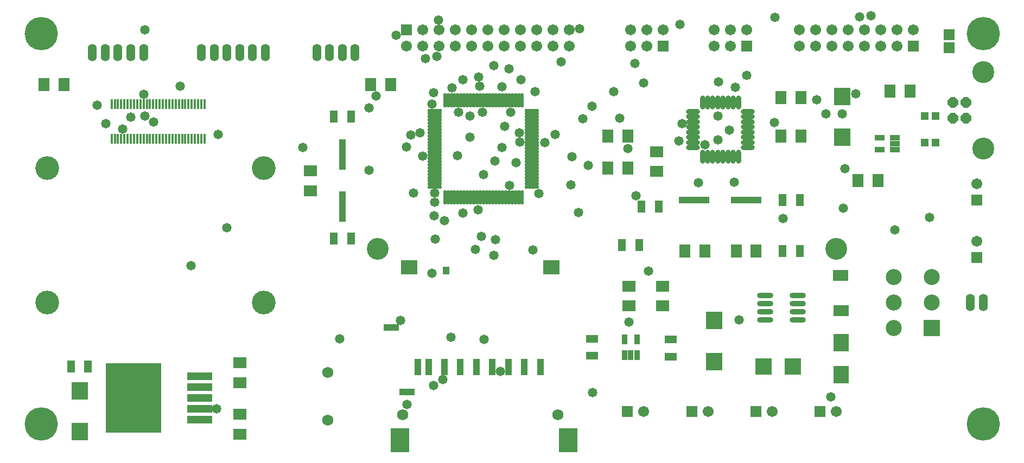
<source format=gts>
%FSLAX25Y25*%
%MOIN*%
G70*
G01*
G75*
G04 Layer_Color=8388736*
%ADD10R,0.05906X0.07480*%
%ADD11R,0.07480X0.05906*%
%ADD12R,0.04331X0.06693*%
%ADD13R,0.06299X0.06299*%
%ADD14R,0.04331X0.03937*%
%ADD15R,0.08661X0.10236*%
%ADD16R,0.02756X0.05118*%
%ADD17R,0.09449X0.10236*%
%ADD18O,0.02362X0.07677*%
%ADD19O,0.07677X0.02362*%
%ADD20R,0.05118X0.02756*%
%ADD21O,0.01181X0.08268*%
%ADD22O,0.08268X0.01181*%
%ADD23R,0.06693X0.04331*%
%ADD24R,0.09055X0.09055*%
%ADD25R,0.33071X0.41929*%
%ADD26R,0.14961X0.04134*%
%ADD27O,0.09055X0.02756*%
%ADD28R,0.03150X0.18110*%
%ADD29R,0.18110X0.03150*%
%ADD30R,0.08858X0.03150*%
%ADD31R,0.10630X0.13780*%
%ADD32R,0.03150X0.09449*%
%ADD33R,0.03150X0.03937*%
%ADD34R,0.09449X0.07874*%
%ADD35R,0.00984X0.05512*%
%ADD36R,0.08661X0.05906*%
%ADD37C,0.01575*%
%ADD38C,0.00598*%
%ADD39C,0.03937*%
%ADD40C,0.03150*%
%ADD41C,0.00787*%
%ADD42C,0.02756*%
%ADD43C,0.12598*%
%ADD44R,0.05906X0.05906*%
%ADD45C,0.05906*%
%ADD46R,0.05906X0.05906*%
%ADD47C,0.19685*%
%ADD48C,0.06000*%
%ADD49C,0.13780*%
%ADD50C,0.09055*%
%ADD51C,0.12661*%
%ADD52P,0.06213X8X112.5*%
%ADD53O,0.04724X0.09843*%
%ADD54C,0.05000*%
%ADD55R,0.05709X0.07677*%
%ADD56R,0.04724X0.11024*%
%ADD57R,0.11024X0.11024*%
%ADD58C,0.00984*%
%ADD59C,0.02362*%
%ADD60C,0.01000*%
%ADD61R,0.06706X0.08280*%
%ADD62R,0.08280X0.06706*%
%ADD63R,0.05131X0.07493*%
%ADD64R,0.07099X0.07099*%
%ADD65R,0.05131X0.04737*%
%ADD66R,0.09461X0.11036*%
%ADD67R,0.03556X0.05918*%
%ADD68R,0.10249X0.11036*%
%ADD69O,0.03162X0.08477*%
%ADD70O,0.08477X0.03162*%
%ADD71R,0.05918X0.03556*%
%ADD72O,0.01981X0.09068*%
%ADD73O,0.09068X0.01981*%
%ADD74R,0.07493X0.05131*%
%ADD75R,0.09855X0.09855*%
%ADD76R,0.33871X0.42729*%
%ADD77R,0.15761X0.04934*%
%ADD78O,0.09855X0.03556*%
%ADD79R,0.03950X0.18910*%
%ADD80R,0.18910X0.03950*%
%ADD81R,0.09658X0.03950*%
%ADD82R,0.11430X0.14579*%
%ADD83R,0.03950X0.10249*%
%ADD84R,0.03950X0.04737*%
%ADD85R,0.10249X0.08674*%
%ADD86R,0.01784X0.06312*%
%ADD87R,0.09461X0.06706*%
%ADD88C,0.13398*%
%ADD89R,0.06706X0.06706*%
%ADD90C,0.06706*%
%ADD91R,0.06706X0.06706*%
%ADD92C,0.20485*%
%ADD93C,0.06800*%
%ADD94C,0.14579*%
%ADD95C,0.09855*%
%ADD96C,0.13461*%
%ADD97P,0.07079X8X112.5*%
%ADD98O,0.05524X0.10642*%
%ADD99C,0.05800*%
D61*
X29724Y224410D02*
D03*
X17520D02*
D03*
X230512D02*
D03*
X218307D02*
D03*
X376181Y173229D02*
D03*
X363976D02*
D03*
X376181Y192913D02*
D03*
X363976D02*
D03*
X482480Y192913D02*
D03*
X470276D02*
D03*
X482480Y216535D02*
D03*
X470276D02*
D03*
X529724Y165354D02*
D03*
X517520D02*
D03*
X442717Y122047D02*
D03*
X454921D02*
D03*
X423425D02*
D03*
X411220D02*
D03*
X549409Y220473D02*
D03*
X537205D02*
D03*
D62*
X393701Y183268D02*
D03*
Y171063D02*
D03*
X397638Y100591D02*
D03*
Y88386D02*
D03*
X376772Y100591D02*
D03*
Y88386D02*
D03*
X181102Y171457D02*
D03*
Y159252D02*
D03*
X137795Y21850D02*
D03*
Y9646D02*
D03*
Y53347D02*
D03*
Y41142D02*
D03*
D63*
X395079Y149606D02*
D03*
X384449D02*
D03*
X471063Y122047D02*
D03*
X481693D02*
D03*
X481693Y153543D02*
D03*
X471063D02*
D03*
X44685Y51181D02*
D03*
X34055D02*
D03*
X383268Y125984D02*
D03*
X372638D02*
D03*
X195472Y129921D02*
D03*
X206102D02*
D03*
Y204725D02*
D03*
X195473D02*
D03*
D64*
X573622Y255118D02*
D03*
Y247244D02*
D03*
D65*
X558465Y188976D02*
D03*
X565158D02*
D03*
Y205118D02*
D03*
X558465D02*
D03*
D66*
X507087Y46063D02*
D03*
Y65748D02*
D03*
D67*
X374213Y67716D02*
D03*
X381693D02*
D03*
Y58268D02*
D03*
X377953D02*
D03*
X374213D02*
D03*
D68*
X39370Y36220D02*
D03*
Y11024D02*
D03*
X429134Y79527D02*
D03*
Y54331D02*
D03*
X507874Y192126D02*
D03*
Y217323D02*
D03*
D69*
X422047Y213583D02*
D03*
X425197D02*
D03*
X428346D02*
D03*
X431496D02*
D03*
X434646D02*
D03*
X437795D02*
D03*
X440945D02*
D03*
X444095D02*
D03*
Y180118D02*
D03*
X440945D02*
D03*
X437795D02*
D03*
X434646D02*
D03*
X431496D02*
D03*
X428346D02*
D03*
X425197D02*
D03*
X422047D02*
D03*
D70*
X449803Y207874D02*
D03*
Y204724D02*
D03*
Y201575D02*
D03*
Y198425D02*
D03*
Y195276D02*
D03*
Y192126D02*
D03*
Y188976D02*
D03*
Y185827D02*
D03*
X416339D02*
D03*
Y188976D02*
D03*
Y192126D02*
D03*
Y195276D02*
D03*
Y198425D02*
D03*
Y201575D02*
D03*
Y204724D02*
D03*
Y207874D02*
D03*
D71*
X530709Y184449D02*
D03*
Y191929D02*
D03*
X540158D02*
D03*
Y188189D02*
D03*
Y184449D02*
D03*
D72*
X311024Y155118D02*
D03*
X309055D02*
D03*
X307087D02*
D03*
X305118D02*
D03*
X303150D02*
D03*
X301181D02*
D03*
X299213D02*
D03*
X297244D02*
D03*
X295276D02*
D03*
X293307D02*
D03*
X291339D02*
D03*
X289370D02*
D03*
X287402D02*
D03*
X285433D02*
D03*
X283465D02*
D03*
X281496D02*
D03*
X279528D02*
D03*
X277559D02*
D03*
X275590D02*
D03*
X273622D02*
D03*
X271654D02*
D03*
X269685D02*
D03*
X267717D02*
D03*
X265748D02*
D03*
X263779D02*
D03*
Y214961D02*
D03*
X265748D02*
D03*
X267717D02*
D03*
X269685D02*
D03*
X271654D02*
D03*
X273622D02*
D03*
X275590D02*
D03*
X277559D02*
D03*
X279528D02*
D03*
X281496D02*
D03*
X283465D02*
D03*
X285433D02*
D03*
X287402D02*
D03*
X289370D02*
D03*
X291339D02*
D03*
X293307D02*
D03*
X295276D02*
D03*
X297244D02*
D03*
X299213D02*
D03*
X301181D02*
D03*
X303150D02*
D03*
X305118D02*
D03*
X307087D02*
D03*
X309055D02*
D03*
X311024D02*
D03*
D73*
X257480Y161417D02*
D03*
Y163386D02*
D03*
Y165354D02*
D03*
Y167323D02*
D03*
Y169291D02*
D03*
Y171260D02*
D03*
Y173228D02*
D03*
Y175197D02*
D03*
Y177165D02*
D03*
Y179134D02*
D03*
Y181102D02*
D03*
Y183071D02*
D03*
Y185039D02*
D03*
Y187008D02*
D03*
Y188976D02*
D03*
Y190945D02*
D03*
Y192913D02*
D03*
Y194882D02*
D03*
Y196850D02*
D03*
Y198819D02*
D03*
Y200787D02*
D03*
Y202756D02*
D03*
Y204724D02*
D03*
Y206693D02*
D03*
Y208661D02*
D03*
X317323D02*
D03*
Y206693D02*
D03*
Y204724D02*
D03*
Y202756D02*
D03*
Y200787D02*
D03*
Y198819D02*
D03*
Y196850D02*
D03*
Y194882D02*
D03*
Y192913D02*
D03*
Y190945D02*
D03*
Y188976D02*
D03*
Y187008D02*
D03*
Y185039D02*
D03*
Y183071D02*
D03*
Y181102D02*
D03*
Y179134D02*
D03*
Y177165D02*
D03*
Y175197D02*
D03*
Y173228D02*
D03*
Y171260D02*
D03*
Y169291D02*
D03*
Y167323D02*
D03*
Y165354D02*
D03*
Y163386D02*
D03*
Y161417D02*
D03*
D74*
X354331Y68307D02*
D03*
Y57677D02*
D03*
X402362Y57284D02*
D03*
Y67914D02*
D03*
D75*
X477362Y51181D02*
D03*
X459646D02*
D03*
X562992Y74803D02*
D03*
D76*
X72504Y31756D02*
D03*
D77*
X113055Y45142D02*
D03*
Y38449D02*
D03*
Y31756D02*
D03*
Y25063D02*
D03*
Y18370D02*
D03*
D78*
X480512Y79901D02*
D03*
Y84901D02*
D03*
Y89902D02*
D03*
Y94902D02*
D03*
X460433Y79901D02*
D03*
Y84901D02*
D03*
Y89902D02*
D03*
Y94902D02*
D03*
D79*
X200787Y181496D02*
D03*
Y149606D02*
D03*
D80*
X416929Y153543D02*
D03*
X448819D02*
D03*
D81*
X240551Y35433D02*
D03*
X230709Y75197D02*
D03*
D82*
X236221Y5906D02*
D03*
X339370D02*
D03*
D83*
X247244Y50787D02*
D03*
X253937D02*
D03*
X263386D02*
D03*
X273228D02*
D03*
X283071D02*
D03*
X292913D02*
D03*
X302756D02*
D03*
X312598D02*
D03*
X322441D02*
D03*
D84*
X264567Y110236D02*
D03*
D85*
X241732Y112205D02*
D03*
X329134D02*
D03*
D86*
X59055Y191098D02*
D03*
X61024D02*
D03*
X62992D02*
D03*
X64961D02*
D03*
X66929D02*
D03*
X68898D02*
D03*
X70866D02*
D03*
X72835D02*
D03*
X74803D02*
D03*
X76772D02*
D03*
X78740D02*
D03*
X80709D02*
D03*
X82677D02*
D03*
X84646D02*
D03*
X86614D02*
D03*
X88583D02*
D03*
X90551D02*
D03*
X92520D02*
D03*
X94488D02*
D03*
X96457D02*
D03*
X98425D02*
D03*
X100394D02*
D03*
X102362D02*
D03*
X104331D02*
D03*
X106299D02*
D03*
X108268D02*
D03*
X110236D02*
D03*
X112205D02*
D03*
X114173D02*
D03*
X116142D02*
D03*
Y212598D02*
D03*
X114173D02*
D03*
X112205D02*
D03*
X110236D02*
D03*
X108268D02*
D03*
X106299D02*
D03*
X104331D02*
D03*
X102362D02*
D03*
X100394D02*
D03*
X98425D02*
D03*
X96457D02*
D03*
X94488D02*
D03*
X92520D02*
D03*
X90551D02*
D03*
X88583D02*
D03*
X86614D02*
D03*
X84646D02*
D03*
X82677D02*
D03*
X80709D02*
D03*
X78740D02*
D03*
X76772D02*
D03*
X74803D02*
D03*
X72835D02*
D03*
X70866D02*
D03*
X68898D02*
D03*
X66929D02*
D03*
X64961D02*
D03*
X62992D02*
D03*
X61024D02*
D03*
X59055D02*
D03*
D87*
X506693Y107087D02*
D03*
X507087Y85433D02*
D03*
D88*
X222441Y123622D02*
D03*
X504331D02*
D03*
D89*
X590551Y118110D02*
D03*
Y153543D02*
D03*
D90*
Y128110D02*
D03*
Y163543D02*
D03*
X385984Y23622D02*
D03*
X425354D02*
D03*
X464725D02*
D03*
X504095D02*
D03*
X250158Y258032D02*
D03*
X280158D02*
D03*
X260158D02*
D03*
X270158D02*
D03*
X240158Y248031D02*
D03*
X250158D02*
D03*
X260158D02*
D03*
X270158D02*
D03*
X280158D02*
D03*
X310158Y258032D02*
D03*
X290158D02*
D03*
X300158D02*
D03*
X320158D02*
D03*
X330158D02*
D03*
X340158D02*
D03*
X310158Y248031D02*
D03*
X320158D02*
D03*
X290158D02*
D03*
X300158D02*
D03*
X330158D02*
D03*
X340158D02*
D03*
X397953Y258032D02*
D03*
X377953Y248031D02*
D03*
X387953D02*
D03*
X377953Y258032D02*
D03*
X387953D02*
D03*
X449134D02*
D03*
X429134Y248031D02*
D03*
X439134D02*
D03*
X429134Y258032D02*
D03*
X439134D02*
D03*
X481496D02*
D03*
X491496D02*
D03*
X501496D02*
D03*
X481496Y248031D02*
D03*
X491496D02*
D03*
X501496D02*
D03*
X511496D02*
D03*
X531496Y258032D02*
D03*
X511496D02*
D03*
X521496D02*
D03*
X541496D02*
D03*
Y248031D02*
D03*
X521496D02*
D03*
X531496D02*
D03*
X551496Y258032D02*
D03*
D91*
X375984Y23622D02*
D03*
X415354D02*
D03*
X454725D02*
D03*
X494095D02*
D03*
X240158Y258032D02*
D03*
X397953Y248031D02*
D03*
X449134D02*
D03*
X551496D02*
D03*
D92*
X15744Y255898D02*
D03*
X594484D02*
D03*
Y15740D02*
D03*
X15744D02*
D03*
D93*
X237795Y21654D02*
D03*
X333071D02*
D03*
X191732Y47638D02*
D03*
Y18110D02*
D03*
D94*
X19685Y173228D02*
D03*
X152362D02*
D03*
Y90551D02*
D03*
X19685D02*
D03*
D95*
X562992D02*
D03*
Y106299D02*
D03*
X539370Y74803D02*
D03*
Y90551D02*
D03*
Y106299D02*
D03*
D96*
X594488Y232283D02*
D03*
Y185039D02*
D03*
D97*
X583819Y213582D02*
D03*
Y203740D02*
D03*
X575945D02*
D03*
Y213582D02*
D03*
D98*
X70866Y244094D02*
D03*
X78740D02*
D03*
X62992D02*
D03*
X47244D02*
D03*
X55118D02*
D03*
X137795D02*
D03*
X145669D02*
D03*
X129921D02*
D03*
X153543D02*
D03*
X114173D02*
D03*
X122047D02*
D03*
X200787D02*
D03*
X208661D02*
D03*
X192913D02*
D03*
X185039D02*
D03*
X594488Y90551D02*
D03*
X586614D02*
D03*
D99*
X466535Y265748D02*
D03*
X518504Y266142D02*
D03*
X79528Y258268D02*
D03*
X304330Y207480D02*
D03*
X371052Y203920D02*
D03*
X509573Y172835D02*
D03*
X217214Y171830D02*
D03*
X408268Y261417D02*
D03*
X303150Y234090D02*
D03*
X244488Y157874D02*
D03*
X255906Y108661D02*
D03*
X419685Y164173D02*
D03*
X341027Y162992D02*
D03*
X341732Y180315D02*
D03*
X354331Y211024D02*
D03*
X351969Y174803D02*
D03*
X449213Y230315D02*
D03*
X107852Y113056D02*
D03*
X285152Y223456D02*
D03*
X274728Y227580D02*
D03*
X262452Y43256D02*
D03*
X236652Y79556D02*
D03*
X354352Y35056D02*
D03*
X298752Y223156D02*
D03*
X297852Y48056D02*
D03*
X287752Y67856D02*
D03*
X267552Y69032D02*
D03*
X240552Y27956D02*
D03*
X55352Y200456D02*
D03*
X79552Y205056D02*
D03*
X78740Y218556D02*
D03*
X250152Y180356D02*
D03*
X540252Y135217D02*
D03*
X442323Y222756D02*
D03*
X431693Y226264D02*
D03*
X321652Y157556D02*
D03*
X317752Y122756D02*
D03*
X438648Y196656D02*
D03*
X287352Y169156D02*
D03*
X271537Y180856D02*
D03*
X331452Y193792D02*
D03*
X409652Y200356D02*
D03*
X307552Y176356D02*
D03*
X50052Y211756D02*
D03*
X84772Y201526D02*
D03*
X279052Y192256D02*
D03*
X500952Y32356D02*
D03*
X346352Y258692D02*
D03*
X286152Y131056D02*
D03*
X309952Y189056D02*
D03*
X294008Y119556D02*
D03*
X325152Y188977D02*
D03*
X348652Y203556D02*
D03*
X268052Y222356D02*
D03*
X124552Y193756D02*
D03*
X309452Y194756D02*
D03*
X294852Y129056D02*
D03*
X303552Y162456D02*
D03*
X221352Y217456D02*
D03*
X256752Y219656D02*
D03*
X255852Y212556D02*
D03*
X217252Y210156D02*
D03*
X199252Y68256D02*
D03*
X497852Y206556D02*
D03*
X345852Y145956D02*
D03*
X516152Y218956D02*
D03*
X385752Y225656D02*
D03*
X388952Y109756D02*
D03*
X256752Y39556D02*
D03*
X257352Y152156D02*
D03*
X263652Y140856D02*
D03*
X367452Y220056D02*
D03*
X525552Y266956D02*
D03*
X259752Y264256D02*
D03*
X257452Y157956D02*
D03*
X492152Y215056D02*
D03*
X101168Y223456D02*
D03*
X129752Y136556D02*
D03*
X70866Y204601D02*
D03*
X65698Y197156D02*
D03*
X381252Y156156D02*
D03*
X431452Y190456D02*
D03*
X257954Y129556D02*
D03*
X274854Y145458D02*
D03*
X240152Y186156D02*
D03*
X284152Y147356D02*
D03*
X282644Y123241D02*
D03*
X242952Y193456D02*
D03*
X123352Y25063D02*
D03*
X380352Y237556D02*
D03*
X279152Y205156D02*
D03*
X248679Y194729D02*
D03*
X233952Y254956D02*
D03*
X258752Y241956D02*
D03*
X272052Y207356D02*
D03*
X251952Y240356D02*
D03*
X300444Y198764D02*
D03*
X176352Y185756D02*
D03*
X319152Y220256D02*
D03*
X298952Y185920D02*
D03*
X310552Y227356D02*
D03*
X293752Y236011D02*
D03*
X286852Y207656D02*
D03*
X284552Y229156D02*
D03*
X257152Y143956D02*
D03*
X335152Y238656D02*
D03*
X507874Y206655D02*
D03*
X561652Y142756D02*
D03*
X441452Y164456D02*
D03*
X294552Y177356D02*
D03*
X431496Y205056D02*
D03*
X466252Y201256D02*
D03*
X407652Y189856D02*
D03*
X423352Y187456D02*
D03*
X376181Y185048D02*
D03*
X508661Y148425D02*
D03*
X471654Y142126D02*
D03*
X444488Y79921D02*
D03*
X376772Y78347D02*
D03*
M02*

</source>
